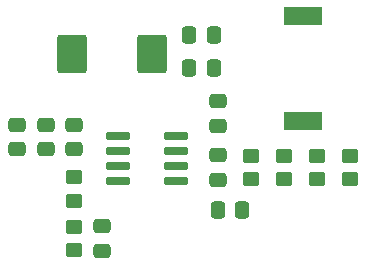
<source format=gbr>
%TF.GenerationSoftware,KiCad,Pcbnew,7.0.7*%
%TF.CreationDate,2024-09-29T13:33:55+02:00*%
%TF.ProjectId,DC_step_down_24V-3_3V,44435f73-7465-4705-9f64-6f776e5f3234,rev?*%
%TF.SameCoordinates,Original*%
%TF.FileFunction,Paste,Top*%
%TF.FilePolarity,Positive*%
%FSLAX46Y46*%
G04 Gerber Fmt 4.6, Leading zero omitted, Abs format (unit mm)*
G04 Created by KiCad (PCBNEW 7.0.7) date 2024-09-29 13:33:55*
%MOMM*%
%LPD*%
G01*
G04 APERTURE LIST*
G04 Aperture macros list*
%AMRoundRect*
0 Rectangle with rounded corners*
0 $1 Rounding radius*
0 $2 $3 $4 $5 $6 $7 $8 $9 X,Y pos of 4 corners*
0 Add a 4 corners polygon primitive as box body*
4,1,4,$2,$3,$4,$5,$6,$7,$8,$9,$2,$3,0*
0 Add four circle primitives for the rounded corners*
1,1,$1+$1,$2,$3*
1,1,$1+$1,$4,$5*
1,1,$1+$1,$6,$7*
1,1,$1+$1,$8,$9*
0 Add four rect primitives between the rounded corners*
20,1,$1+$1,$2,$3,$4,$5,0*
20,1,$1+$1,$4,$5,$6,$7,0*
20,1,$1+$1,$6,$7,$8,$9,0*
20,1,$1+$1,$8,$9,$2,$3,0*%
G04 Aperture macros list end*
%ADD10RoundRect,0.250000X0.475000X-0.337500X0.475000X0.337500X-0.475000X0.337500X-0.475000X-0.337500X0*%
%ADD11R,3.302000X1.600200*%
%ADD12RoundRect,0.250000X-0.475000X0.337500X-0.475000X-0.337500X0.475000X-0.337500X0.475000X0.337500X0*%
%ADD13RoundRect,0.250000X-0.450000X0.350000X-0.450000X-0.350000X0.450000X-0.350000X0.450000X0.350000X0*%
%ADD14RoundRect,0.250000X-0.337500X-0.475000X0.337500X-0.475000X0.337500X0.475000X-0.337500X0.475000X0*%
%ADD15RoundRect,0.250000X-1.000000X1.400000X-1.000000X-1.400000X1.000000X-1.400000X1.000000X1.400000X0*%
%ADD16RoundRect,0.250000X0.450000X-0.350000X0.450000X0.350000X-0.450000X0.350000X-0.450000X-0.350000X0*%
%ADD17RoundRect,0.250000X0.337500X0.475000X-0.337500X0.475000X-0.337500X-0.475000X0.337500X-0.475000X0*%
%ADD18RoundRect,0.075000X-0.910000X-0.225000X0.910000X-0.225000X0.910000X0.225000X-0.910000X0.225000X0*%
G04 APERTURE END LIST*
D10*
%TO.C,C1*%
X138600000Y-85837500D03*
X138600000Y-83762500D03*
%TD*%
D11*
%TO.C,L1*%
X162800000Y-83445000D03*
X162800000Y-74555000D03*
%TD*%
D12*
%TO.C,C5*%
X155600000Y-81762500D03*
X155600000Y-83837500D03*
%TD*%
D13*
%TO.C,R1*%
X143400000Y-88200000D03*
X143400000Y-90200000D03*
%TD*%
D12*
%TO.C,C4*%
X145800000Y-92362500D03*
X145800000Y-94437500D03*
%TD*%
D14*
%TO.C,C8*%
X155562500Y-91000000D03*
X157637500Y-91000000D03*
%TD*%
D15*
%TO.C,D1*%
X150000000Y-77800000D03*
X143200000Y-77800000D03*
%TD*%
D16*
%TO.C,R5*%
X161200000Y-86400000D03*
X161200000Y-88400000D03*
%TD*%
D10*
%TO.C,C9*%
X155600000Y-88437500D03*
X155600000Y-86362500D03*
%TD*%
%TO.C,C3*%
X143400000Y-85837500D03*
X143400000Y-83762500D03*
%TD*%
%TO.C,C2*%
X141000000Y-85837500D03*
X141000000Y-83762500D03*
%TD*%
D17*
%TO.C,C7*%
X155237500Y-76200000D03*
X153162500Y-76200000D03*
%TD*%
D16*
%TO.C,R6*%
X158400000Y-88400000D03*
X158400000Y-86400000D03*
%TD*%
D18*
%TO.C,U1*%
X147130000Y-84695000D03*
X147130000Y-85965000D03*
X147130000Y-87235000D03*
X147130000Y-88505000D03*
X152070000Y-88505000D03*
X152070000Y-87235000D03*
X152070000Y-85965000D03*
X152070000Y-84695000D03*
%TD*%
D13*
%TO.C,R4*%
X164000000Y-86400000D03*
X164000000Y-88400000D03*
%TD*%
%TO.C,R3*%
X166800000Y-86400000D03*
X166800000Y-88400000D03*
%TD*%
D17*
%TO.C,C6*%
X155237500Y-79000000D03*
X153162500Y-79000000D03*
%TD*%
D13*
%TO.C,R2*%
X143400000Y-92400000D03*
X143400000Y-94400000D03*
%TD*%
M02*

</source>
